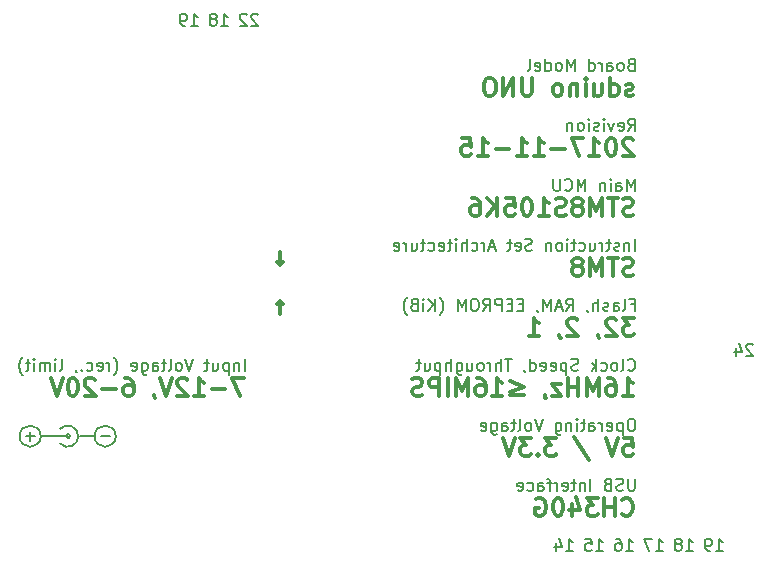
<source format=gbr>
G04 #@! TF.GenerationSoftware,KiCad,Pcbnew,5.1.5+dfsg1-2build2*
G04 #@! TF.CreationDate,2020-11-19T08:55:39-07:00*
G04 #@! TF.ProjectId,sduino_uno,73647569-6e6f-45f7-956e-6f2e6b696361,2017-11-15*
G04 #@! TF.SameCoordinates,Original*
G04 #@! TF.FileFunction,Legend,Bot*
G04 #@! TF.FilePolarity,Positive*
%FSLAX46Y46*%
G04 Gerber Fmt 4.6, Leading zero omitted, Abs format (unit mm)*
G04 Created by KiCad (PCBNEW 5.1.5+dfsg1-2build2) date 2020-11-19 08:55:39*
%MOMM*%
%LPD*%
G04 APERTURE LIST*
%ADD10C,0.150000*%
%ADD11C,0.200000*%
%ADD12C,0.300000*%
G04 APERTURE END LIST*
D10*
X133540476Y-81097380D02*
X134111904Y-81097380D01*
X133826190Y-81097380D02*
X133826190Y-80097380D01*
X133921428Y-80240238D01*
X134016666Y-80335476D01*
X134111904Y-80383095D01*
X133064285Y-81097380D02*
X132873809Y-81097380D01*
X132778571Y-81049761D01*
X132730952Y-81002142D01*
X132635714Y-80859285D01*
X132588095Y-80668809D01*
X132588095Y-80287857D01*
X132635714Y-80192619D01*
X132683333Y-80145000D01*
X132778571Y-80097380D01*
X132969047Y-80097380D01*
X133064285Y-80145000D01*
X133111904Y-80192619D01*
X133159523Y-80287857D01*
X133159523Y-80525952D01*
X133111904Y-80621190D01*
X133064285Y-80668809D01*
X132969047Y-80716428D01*
X132778571Y-80716428D01*
X132683333Y-80668809D01*
X132635714Y-80621190D01*
X132588095Y-80525952D01*
X136080476Y-81097380D02*
X136651904Y-81097380D01*
X136366190Y-81097380D02*
X136366190Y-80097380D01*
X136461428Y-80240238D01*
X136556666Y-80335476D01*
X136651904Y-80383095D01*
X135509047Y-80525952D02*
X135604285Y-80478333D01*
X135651904Y-80430714D01*
X135699523Y-80335476D01*
X135699523Y-80287857D01*
X135651904Y-80192619D01*
X135604285Y-80145000D01*
X135509047Y-80097380D01*
X135318571Y-80097380D01*
X135223333Y-80145000D01*
X135175714Y-80192619D01*
X135128095Y-80287857D01*
X135128095Y-80335476D01*
X135175714Y-80430714D01*
X135223333Y-80478333D01*
X135318571Y-80525952D01*
X135509047Y-80525952D01*
X135604285Y-80573571D01*
X135651904Y-80621190D01*
X135699523Y-80716428D01*
X135699523Y-80906904D01*
X135651904Y-81002142D01*
X135604285Y-81049761D01*
X135509047Y-81097380D01*
X135318571Y-81097380D01*
X135223333Y-81049761D01*
X135175714Y-81002142D01*
X135128095Y-80906904D01*
X135128095Y-80716428D01*
X135175714Y-80621190D01*
X135223333Y-80573571D01*
X135318571Y-80525952D01*
X139191904Y-80192619D02*
X139144285Y-80145000D01*
X139049047Y-80097380D01*
X138810952Y-80097380D01*
X138715714Y-80145000D01*
X138668095Y-80192619D01*
X138620476Y-80287857D01*
X138620476Y-80383095D01*
X138668095Y-80525952D01*
X139239523Y-81097380D01*
X138620476Y-81097380D01*
X138239523Y-80192619D02*
X138191904Y-80145000D01*
X138096666Y-80097380D01*
X137858571Y-80097380D01*
X137763333Y-80145000D01*
X137715714Y-80192619D01*
X137668095Y-80287857D01*
X137668095Y-80383095D01*
X137715714Y-80525952D01*
X138287142Y-81097380D01*
X137668095Y-81097380D01*
X181101904Y-108132619D02*
X181054285Y-108085000D01*
X180959047Y-108037380D01*
X180720952Y-108037380D01*
X180625714Y-108085000D01*
X180578095Y-108132619D01*
X180530476Y-108227857D01*
X180530476Y-108323095D01*
X180578095Y-108465952D01*
X181149523Y-109037380D01*
X180530476Y-109037380D01*
X179673333Y-108370714D02*
X179673333Y-109037380D01*
X179911428Y-107989761D02*
X180149523Y-108704047D01*
X179530476Y-108704047D01*
X165290476Y-125547380D02*
X165861904Y-125547380D01*
X165576190Y-125547380D02*
X165576190Y-124547380D01*
X165671428Y-124690238D01*
X165766666Y-124785476D01*
X165861904Y-124833095D01*
X164433333Y-124880714D02*
X164433333Y-125547380D01*
X164671428Y-124499761D02*
X164909523Y-125214047D01*
X164290476Y-125214047D01*
X167830476Y-125547380D02*
X168401904Y-125547380D01*
X168116190Y-125547380D02*
X168116190Y-124547380D01*
X168211428Y-124690238D01*
X168306666Y-124785476D01*
X168401904Y-124833095D01*
X166925714Y-124547380D02*
X167401904Y-124547380D01*
X167449523Y-125023571D01*
X167401904Y-124975952D01*
X167306666Y-124928333D01*
X167068571Y-124928333D01*
X166973333Y-124975952D01*
X166925714Y-125023571D01*
X166878095Y-125118809D01*
X166878095Y-125356904D01*
X166925714Y-125452142D01*
X166973333Y-125499761D01*
X167068571Y-125547380D01*
X167306666Y-125547380D01*
X167401904Y-125499761D01*
X167449523Y-125452142D01*
X170370476Y-125547380D02*
X170941904Y-125547380D01*
X170656190Y-125547380D02*
X170656190Y-124547380D01*
X170751428Y-124690238D01*
X170846666Y-124785476D01*
X170941904Y-124833095D01*
X169513333Y-124547380D02*
X169703809Y-124547380D01*
X169799047Y-124595000D01*
X169846666Y-124642619D01*
X169941904Y-124785476D01*
X169989523Y-124975952D01*
X169989523Y-125356904D01*
X169941904Y-125452142D01*
X169894285Y-125499761D01*
X169799047Y-125547380D01*
X169608571Y-125547380D01*
X169513333Y-125499761D01*
X169465714Y-125452142D01*
X169418095Y-125356904D01*
X169418095Y-125118809D01*
X169465714Y-125023571D01*
X169513333Y-124975952D01*
X169608571Y-124928333D01*
X169799047Y-124928333D01*
X169894285Y-124975952D01*
X169941904Y-125023571D01*
X169989523Y-125118809D01*
X172910476Y-125547380D02*
X173481904Y-125547380D01*
X173196190Y-125547380D02*
X173196190Y-124547380D01*
X173291428Y-124690238D01*
X173386666Y-124785476D01*
X173481904Y-124833095D01*
X172577142Y-124547380D02*
X171910476Y-124547380D01*
X172339047Y-125547380D01*
X175450476Y-125547380D02*
X176021904Y-125547380D01*
X175736190Y-125547380D02*
X175736190Y-124547380D01*
X175831428Y-124690238D01*
X175926666Y-124785476D01*
X176021904Y-124833095D01*
X174879047Y-124975952D02*
X174974285Y-124928333D01*
X175021904Y-124880714D01*
X175069523Y-124785476D01*
X175069523Y-124737857D01*
X175021904Y-124642619D01*
X174974285Y-124595000D01*
X174879047Y-124547380D01*
X174688571Y-124547380D01*
X174593333Y-124595000D01*
X174545714Y-124642619D01*
X174498095Y-124737857D01*
X174498095Y-124785476D01*
X174545714Y-124880714D01*
X174593333Y-124928333D01*
X174688571Y-124975952D01*
X174879047Y-124975952D01*
X174974285Y-125023571D01*
X175021904Y-125071190D01*
X175069523Y-125166428D01*
X175069523Y-125356904D01*
X175021904Y-125452142D01*
X174974285Y-125499761D01*
X174879047Y-125547380D01*
X174688571Y-125547380D01*
X174593333Y-125499761D01*
X174545714Y-125452142D01*
X174498095Y-125356904D01*
X174498095Y-125166428D01*
X174545714Y-125071190D01*
X174593333Y-125023571D01*
X174688571Y-124975952D01*
X177990476Y-125547380D02*
X178561904Y-125547380D01*
X178276190Y-125547380D02*
X178276190Y-124547380D01*
X178371428Y-124690238D01*
X178466666Y-124785476D01*
X178561904Y-124833095D01*
X177514285Y-125547380D02*
X177323809Y-125547380D01*
X177228571Y-125499761D01*
X177180952Y-125452142D01*
X177085714Y-125309285D01*
X177038095Y-125118809D01*
X177038095Y-124737857D01*
X177085714Y-124642619D01*
X177133333Y-124595000D01*
X177228571Y-124547380D01*
X177419047Y-124547380D01*
X177514285Y-124595000D01*
X177561904Y-124642619D01*
X177609523Y-124737857D01*
X177609523Y-124975952D01*
X177561904Y-125071190D01*
X177514285Y-125118809D01*
X177419047Y-125166428D01*
X177228571Y-125166428D01*
X177133333Y-125118809D01*
X177085714Y-125071190D01*
X177038095Y-124975952D01*
D11*
X123271371Y-115856250D02*
G75*
G03X123271371Y-115856250I-179605J0D01*
G01*
X120805766Y-115856250D02*
X123091766Y-115856250D01*
D10*
X120297718Y-115864178D02*
X119535813Y-115864178D01*
X119916766Y-116245130D02*
X119916766Y-115483226D01*
X126647718Y-115864178D02*
X125885813Y-115864178D01*
D11*
X124107766Y-115856250D02*
X125377766Y-115856250D01*
X122456766Y-116491250D02*
G75*
G03X122456766Y-115221250I635000J635000D01*
G01*
X127164792Y-115856250D02*
G75*
G03X127164792Y-115856250I-898026J0D01*
G01*
X120814792Y-115856250D02*
G75*
G03X120814792Y-115856250I-898026J0D01*
G01*
D12*
X138020714Y-110938571D02*
X137020714Y-110938571D01*
X137663571Y-112438571D01*
X136449285Y-111867142D02*
X135306428Y-111867142D01*
X133806428Y-112438571D02*
X134663571Y-112438571D01*
X134235000Y-112438571D02*
X134235000Y-110938571D01*
X134377857Y-111152857D01*
X134520714Y-111295714D01*
X134663571Y-111367142D01*
X133235000Y-111081428D02*
X133163571Y-111010000D01*
X133020714Y-110938571D01*
X132663571Y-110938571D01*
X132520714Y-111010000D01*
X132449285Y-111081428D01*
X132377857Y-111224285D01*
X132377857Y-111367142D01*
X132449285Y-111581428D01*
X133306428Y-112438571D01*
X132377857Y-112438571D01*
X131949285Y-110938571D02*
X131449285Y-112438571D01*
X130949285Y-110938571D01*
X130377857Y-112367142D02*
X130377857Y-112438571D01*
X130449285Y-112581428D01*
X130520714Y-112652857D01*
X127949285Y-110938571D02*
X128235000Y-110938571D01*
X128377857Y-111010000D01*
X128449285Y-111081428D01*
X128592142Y-111295714D01*
X128663571Y-111581428D01*
X128663571Y-112152857D01*
X128592142Y-112295714D01*
X128520714Y-112367142D01*
X128377857Y-112438571D01*
X128092142Y-112438571D01*
X127949285Y-112367142D01*
X127877857Y-112295714D01*
X127806428Y-112152857D01*
X127806428Y-111795714D01*
X127877857Y-111652857D01*
X127949285Y-111581428D01*
X128092142Y-111510000D01*
X128377857Y-111510000D01*
X128520714Y-111581428D01*
X128592142Y-111652857D01*
X128663571Y-111795714D01*
X127163571Y-111867142D02*
X126020714Y-111867142D01*
X125377857Y-111081428D02*
X125306428Y-111010000D01*
X125163571Y-110938571D01*
X124806428Y-110938571D01*
X124663571Y-111010000D01*
X124592142Y-111081428D01*
X124520714Y-111224285D01*
X124520714Y-111367142D01*
X124592142Y-111581428D01*
X125449285Y-112438571D01*
X124520714Y-112438571D01*
X123592142Y-110938571D02*
X123449285Y-110938571D01*
X123306428Y-111010000D01*
X123235000Y-111081428D01*
X123163571Y-111224285D01*
X123092142Y-111510000D01*
X123092142Y-111867142D01*
X123163571Y-112152857D01*
X123235000Y-112295714D01*
X123306428Y-112367142D01*
X123449285Y-112438571D01*
X123592142Y-112438571D01*
X123735000Y-112367142D01*
X123806428Y-112295714D01*
X123877857Y-112152857D01*
X123949285Y-111867142D01*
X123949285Y-111510000D01*
X123877857Y-111224285D01*
X123806428Y-111081428D01*
X123735000Y-111010000D01*
X123592142Y-110938571D01*
X122663571Y-110938571D02*
X122163571Y-112438571D01*
X121663571Y-110938571D01*
D10*
X138094404Y-110307380D02*
X138094404Y-109307380D01*
X137618214Y-109640714D02*
X137618214Y-110307380D01*
X137618214Y-109735952D02*
X137570595Y-109688333D01*
X137475357Y-109640714D01*
X137332500Y-109640714D01*
X137237261Y-109688333D01*
X137189642Y-109783571D01*
X137189642Y-110307380D01*
X136713452Y-109640714D02*
X136713452Y-110640714D01*
X136713452Y-109688333D02*
X136618214Y-109640714D01*
X136427738Y-109640714D01*
X136332500Y-109688333D01*
X136284880Y-109735952D01*
X136237261Y-109831190D01*
X136237261Y-110116904D01*
X136284880Y-110212142D01*
X136332500Y-110259761D01*
X136427738Y-110307380D01*
X136618214Y-110307380D01*
X136713452Y-110259761D01*
X135380119Y-109640714D02*
X135380119Y-110307380D01*
X135808690Y-109640714D02*
X135808690Y-110164523D01*
X135761071Y-110259761D01*
X135665833Y-110307380D01*
X135522976Y-110307380D01*
X135427738Y-110259761D01*
X135380119Y-110212142D01*
X135046785Y-109640714D02*
X134665833Y-109640714D01*
X134903928Y-109307380D02*
X134903928Y-110164523D01*
X134856309Y-110259761D01*
X134761071Y-110307380D01*
X134665833Y-110307380D01*
X133713452Y-109307380D02*
X133380119Y-110307380D01*
X133046785Y-109307380D01*
X132570595Y-110307380D02*
X132665833Y-110259761D01*
X132713452Y-110212142D01*
X132761071Y-110116904D01*
X132761071Y-109831190D01*
X132713452Y-109735952D01*
X132665833Y-109688333D01*
X132570595Y-109640714D01*
X132427738Y-109640714D01*
X132332500Y-109688333D01*
X132284880Y-109735952D01*
X132237261Y-109831190D01*
X132237261Y-110116904D01*
X132284880Y-110212142D01*
X132332500Y-110259761D01*
X132427738Y-110307380D01*
X132570595Y-110307380D01*
X131665833Y-110307380D02*
X131761071Y-110259761D01*
X131808690Y-110164523D01*
X131808690Y-109307380D01*
X131427738Y-109640714D02*
X131046785Y-109640714D01*
X131284880Y-109307380D02*
X131284880Y-110164523D01*
X131237261Y-110259761D01*
X131142023Y-110307380D01*
X131046785Y-110307380D01*
X130284880Y-110307380D02*
X130284880Y-109783571D01*
X130332500Y-109688333D01*
X130427738Y-109640714D01*
X130618214Y-109640714D01*
X130713452Y-109688333D01*
X130284880Y-110259761D02*
X130380119Y-110307380D01*
X130618214Y-110307380D01*
X130713452Y-110259761D01*
X130761071Y-110164523D01*
X130761071Y-110069285D01*
X130713452Y-109974047D01*
X130618214Y-109926428D01*
X130380119Y-109926428D01*
X130284880Y-109878809D01*
X129380119Y-109640714D02*
X129380119Y-110450238D01*
X129427738Y-110545476D01*
X129475357Y-110593095D01*
X129570595Y-110640714D01*
X129713452Y-110640714D01*
X129808690Y-110593095D01*
X129380119Y-110259761D02*
X129475357Y-110307380D01*
X129665833Y-110307380D01*
X129761071Y-110259761D01*
X129808690Y-110212142D01*
X129856309Y-110116904D01*
X129856309Y-109831190D01*
X129808690Y-109735952D01*
X129761071Y-109688333D01*
X129665833Y-109640714D01*
X129475357Y-109640714D01*
X129380119Y-109688333D01*
X128522976Y-110259761D02*
X128618214Y-110307380D01*
X128808690Y-110307380D01*
X128903928Y-110259761D01*
X128951547Y-110164523D01*
X128951547Y-109783571D01*
X128903928Y-109688333D01*
X128808690Y-109640714D01*
X128618214Y-109640714D01*
X128522976Y-109688333D01*
X128475357Y-109783571D01*
X128475357Y-109878809D01*
X128951547Y-109974047D01*
X126999166Y-110688333D02*
X127046785Y-110640714D01*
X127142023Y-110497857D01*
X127189642Y-110402619D01*
X127237261Y-110259761D01*
X127284880Y-110021666D01*
X127284880Y-109831190D01*
X127237261Y-109593095D01*
X127189642Y-109450238D01*
X127142023Y-109355000D01*
X127046785Y-109212142D01*
X126999166Y-109164523D01*
X126618214Y-110307380D02*
X126618214Y-109640714D01*
X126618214Y-109831190D02*
X126570595Y-109735952D01*
X126522976Y-109688333D01*
X126427738Y-109640714D01*
X126332500Y-109640714D01*
X125618214Y-110259761D02*
X125713452Y-110307380D01*
X125903928Y-110307380D01*
X125999166Y-110259761D01*
X126046785Y-110164523D01*
X126046785Y-109783571D01*
X125999166Y-109688333D01*
X125903928Y-109640714D01*
X125713452Y-109640714D01*
X125618214Y-109688333D01*
X125570595Y-109783571D01*
X125570595Y-109878809D01*
X126046785Y-109974047D01*
X124713452Y-110259761D02*
X124808690Y-110307380D01*
X124999166Y-110307380D01*
X125094404Y-110259761D01*
X125142023Y-110212142D01*
X125189642Y-110116904D01*
X125189642Y-109831190D01*
X125142023Y-109735952D01*
X125094404Y-109688333D01*
X124999166Y-109640714D01*
X124808690Y-109640714D01*
X124713452Y-109688333D01*
X124284880Y-110212142D02*
X124237261Y-110259761D01*
X124284880Y-110307380D01*
X124332500Y-110259761D01*
X124284880Y-110212142D01*
X124284880Y-110307380D01*
X123761071Y-110259761D02*
X123761071Y-110307380D01*
X123808690Y-110402619D01*
X123856309Y-110450238D01*
X122427738Y-110307380D02*
X122522976Y-110259761D01*
X122570595Y-110164523D01*
X122570595Y-109307380D01*
X122046785Y-110307380D02*
X122046785Y-109640714D01*
X122046785Y-109307380D02*
X122094404Y-109355000D01*
X122046785Y-109402619D01*
X121999166Y-109355000D01*
X122046785Y-109307380D01*
X122046785Y-109402619D01*
X121570595Y-110307380D02*
X121570595Y-109640714D01*
X121570595Y-109735952D02*
X121522976Y-109688333D01*
X121427738Y-109640714D01*
X121284880Y-109640714D01*
X121189642Y-109688333D01*
X121142023Y-109783571D01*
X121142023Y-110307380D01*
X121142023Y-109783571D02*
X121094404Y-109688333D01*
X120999166Y-109640714D01*
X120856309Y-109640714D01*
X120761071Y-109688333D01*
X120713452Y-109783571D01*
X120713452Y-110307380D01*
X120237261Y-110307380D02*
X120237261Y-109640714D01*
X120237261Y-109307380D02*
X120284880Y-109355000D01*
X120237261Y-109402619D01*
X120189642Y-109355000D01*
X120237261Y-109307380D01*
X120237261Y-109402619D01*
X119903928Y-109640714D02*
X119522976Y-109640714D01*
X119761071Y-109307380D02*
X119761071Y-110164523D01*
X119713452Y-110259761D01*
X119618214Y-110307380D01*
X119522976Y-110307380D01*
X119284880Y-110688333D02*
X119237261Y-110640714D01*
X119142023Y-110497857D01*
X119094404Y-110402619D01*
X119046785Y-110259761D01*
X118999166Y-110021666D01*
X118999166Y-109831190D01*
X119046785Y-109593095D01*
X119094404Y-109450238D01*
X119142023Y-109355000D01*
X119237261Y-109212142D01*
X119284880Y-109164523D01*
X171114404Y-100147380D02*
X171114404Y-99147380D01*
X170638214Y-99480714D02*
X170638214Y-100147380D01*
X170638214Y-99575952D02*
X170590595Y-99528333D01*
X170495357Y-99480714D01*
X170352500Y-99480714D01*
X170257261Y-99528333D01*
X170209642Y-99623571D01*
X170209642Y-100147380D01*
X169781071Y-100099761D02*
X169685833Y-100147380D01*
X169495357Y-100147380D01*
X169400119Y-100099761D01*
X169352500Y-100004523D01*
X169352500Y-99956904D01*
X169400119Y-99861666D01*
X169495357Y-99814047D01*
X169638214Y-99814047D01*
X169733452Y-99766428D01*
X169781071Y-99671190D01*
X169781071Y-99623571D01*
X169733452Y-99528333D01*
X169638214Y-99480714D01*
X169495357Y-99480714D01*
X169400119Y-99528333D01*
X169066785Y-99480714D02*
X168685833Y-99480714D01*
X168923928Y-99147380D02*
X168923928Y-100004523D01*
X168876309Y-100099761D01*
X168781071Y-100147380D01*
X168685833Y-100147380D01*
X168352500Y-100147380D02*
X168352500Y-99480714D01*
X168352500Y-99671190D02*
X168304880Y-99575952D01*
X168257261Y-99528333D01*
X168162023Y-99480714D01*
X168066785Y-99480714D01*
X167304880Y-99480714D02*
X167304880Y-100147380D01*
X167733452Y-99480714D02*
X167733452Y-100004523D01*
X167685833Y-100099761D01*
X167590595Y-100147380D01*
X167447738Y-100147380D01*
X167352500Y-100099761D01*
X167304880Y-100052142D01*
X166400119Y-100099761D02*
X166495357Y-100147380D01*
X166685833Y-100147380D01*
X166781071Y-100099761D01*
X166828690Y-100052142D01*
X166876309Y-99956904D01*
X166876309Y-99671190D01*
X166828690Y-99575952D01*
X166781071Y-99528333D01*
X166685833Y-99480714D01*
X166495357Y-99480714D01*
X166400119Y-99528333D01*
X166114404Y-99480714D02*
X165733452Y-99480714D01*
X165971547Y-99147380D02*
X165971547Y-100004523D01*
X165923928Y-100099761D01*
X165828690Y-100147380D01*
X165733452Y-100147380D01*
X165400119Y-100147380D02*
X165400119Y-99480714D01*
X165400119Y-99147380D02*
X165447738Y-99195000D01*
X165400119Y-99242619D01*
X165352500Y-99195000D01*
X165400119Y-99147380D01*
X165400119Y-99242619D01*
X164781071Y-100147380D02*
X164876309Y-100099761D01*
X164923928Y-100052142D01*
X164971547Y-99956904D01*
X164971547Y-99671190D01*
X164923928Y-99575952D01*
X164876309Y-99528333D01*
X164781071Y-99480714D01*
X164638214Y-99480714D01*
X164542976Y-99528333D01*
X164495357Y-99575952D01*
X164447738Y-99671190D01*
X164447738Y-99956904D01*
X164495357Y-100052142D01*
X164542976Y-100099761D01*
X164638214Y-100147380D01*
X164781071Y-100147380D01*
X164019166Y-99480714D02*
X164019166Y-100147380D01*
X164019166Y-99575952D02*
X163971547Y-99528333D01*
X163876309Y-99480714D01*
X163733452Y-99480714D01*
X163638214Y-99528333D01*
X163590595Y-99623571D01*
X163590595Y-100147380D01*
X162400119Y-100099761D02*
X162257261Y-100147380D01*
X162019166Y-100147380D01*
X161923928Y-100099761D01*
X161876309Y-100052142D01*
X161828690Y-99956904D01*
X161828690Y-99861666D01*
X161876309Y-99766428D01*
X161923928Y-99718809D01*
X162019166Y-99671190D01*
X162209642Y-99623571D01*
X162304880Y-99575952D01*
X162352500Y-99528333D01*
X162400119Y-99433095D01*
X162400119Y-99337857D01*
X162352500Y-99242619D01*
X162304880Y-99195000D01*
X162209642Y-99147380D01*
X161971547Y-99147380D01*
X161828690Y-99195000D01*
X161019166Y-100099761D02*
X161114404Y-100147380D01*
X161304880Y-100147380D01*
X161400119Y-100099761D01*
X161447738Y-100004523D01*
X161447738Y-99623571D01*
X161400119Y-99528333D01*
X161304880Y-99480714D01*
X161114404Y-99480714D01*
X161019166Y-99528333D01*
X160971547Y-99623571D01*
X160971547Y-99718809D01*
X161447738Y-99814047D01*
X160685833Y-99480714D02*
X160304880Y-99480714D01*
X160542976Y-99147380D02*
X160542976Y-100004523D01*
X160495357Y-100099761D01*
X160400119Y-100147380D01*
X160304880Y-100147380D01*
X159257261Y-99861666D02*
X158781071Y-99861666D01*
X159352500Y-100147380D02*
X159019166Y-99147380D01*
X158685833Y-100147380D01*
X158352500Y-100147380D02*
X158352500Y-99480714D01*
X158352500Y-99671190D02*
X158304880Y-99575952D01*
X158257261Y-99528333D01*
X158162023Y-99480714D01*
X158066785Y-99480714D01*
X157304880Y-100099761D02*
X157400119Y-100147380D01*
X157590595Y-100147380D01*
X157685833Y-100099761D01*
X157733452Y-100052142D01*
X157781071Y-99956904D01*
X157781071Y-99671190D01*
X157733452Y-99575952D01*
X157685833Y-99528333D01*
X157590595Y-99480714D01*
X157400119Y-99480714D01*
X157304880Y-99528333D01*
X156876309Y-100147380D02*
X156876309Y-99147380D01*
X156447738Y-100147380D02*
X156447738Y-99623571D01*
X156495357Y-99528333D01*
X156590595Y-99480714D01*
X156733452Y-99480714D01*
X156828690Y-99528333D01*
X156876309Y-99575952D01*
X155971547Y-100147380D02*
X155971547Y-99480714D01*
X155971547Y-99147380D02*
X156019166Y-99195000D01*
X155971547Y-99242619D01*
X155923928Y-99195000D01*
X155971547Y-99147380D01*
X155971547Y-99242619D01*
X155638214Y-99480714D02*
X155257261Y-99480714D01*
X155495357Y-99147380D02*
X155495357Y-100004523D01*
X155447738Y-100099761D01*
X155352500Y-100147380D01*
X155257261Y-100147380D01*
X154542976Y-100099761D02*
X154638214Y-100147380D01*
X154828690Y-100147380D01*
X154923928Y-100099761D01*
X154971547Y-100004523D01*
X154971547Y-99623571D01*
X154923928Y-99528333D01*
X154828690Y-99480714D01*
X154638214Y-99480714D01*
X154542976Y-99528333D01*
X154495357Y-99623571D01*
X154495357Y-99718809D01*
X154971547Y-99814047D01*
X153638214Y-100099761D02*
X153733452Y-100147380D01*
X153923928Y-100147380D01*
X154019166Y-100099761D01*
X154066785Y-100052142D01*
X154114404Y-99956904D01*
X154114404Y-99671190D01*
X154066785Y-99575952D01*
X154019166Y-99528333D01*
X153923928Y-99480714D01*
X153733452Y-99480714D01*
X153638214Y-99528333D01*
X153352500Y-99480714D02*
X152971547Y-99480714D01*
X153209642Y-99147380D02*
X153209642Y-100004523D01*
X153162023Y-100099761D01*
X153066785Y-100147380D01*
X152971547Y-100147380D01*
X152209642Y-99480714D02*
X152209642Y-100147380D01*
X152638214Y-99480714D02*
X152638214Y-100004523D01*
X152590595Y-100099761D01*
X152495357Y-100147380D01*
X152352500Y-100147380D01*
X152257261Y-100099761D01*
X152209642Y-100052142D01*
X151733452Y-100147380D02*
X151733452Y-99480714D01*
X151733452Y-99671190D02*
X151685833Y-99575952D01*
X151638214Y-99528333D01*
X151542976Y-99480714D01*
X151447738Y-99480714D01*
X150733452Y-100099761D02*
X150828690Y-100147380D01*
X151019166Y-100147380D01*
X151114404Y-100099761D01*
X151162023Y-100004523D01*
X151162023Y-99623571D01*
X151114404Y-99528333D01*
X151019166Y-99480714D01*
X150828690Y-99480714D01*
X150733452Y-99528333D01*
X150685833Y-99623571D01*
X150685833Y-99718809D01*
X151162023Y-99814047D01*
D12*
X170969285Y-90761428D02*
X170897857Y-90690000D01*
X170755000Y-90618571D01*
X170397857Y-90618571D01*
X170255000Y-90690000D01*
X170183571Y-90761428D01*
X170112142Y-90904285D01*
X170112142Y-91047142D01*
X170183571Y-91261428D01*
X171040714Y-92118571D01*
X170112142Y-92118571D01*
X169183571Y-90618571D02*
X169040714Y-90618571D01*
X168897857Y-90690000D01*
X168826428Y-90761428D01*
X168755000Y-90904285D01*
X168683571Y-91190000D01*
X168683571Y-91547142D01*
X168755000Y-91832857D01*
X168826428Y-91975714D01*
X168897857Y-92047142D01*
X169040714Y-92118571D01*
X169183571Y-92118571D01*
X169326428Y-92047142D01*
X169397857Y-91975714D01*
X169469285Y-91832857D01*
X169540714Y-91547142D01*
X169540714Y-91190000D01*
X169469285Y-90904285D01*
X169397857Y-90761428D01*
X169326428Y-90690000D01*
X169183571Y-90618571D01*
X167255000Y-92118571D02*
X168112142Y-92118571D01*
X167683571Y-92118571D02*
X167683571Y-90618571D01*
X167826428Y-90832857D01*
X167969285Y-90975714D01*
X168112142Y-91047142D01*
X166755000Y-90618571D02*
X165755000Y-90618571D01*
X166397857Y-92118571D01*
X165183571Y-91547142D02*
X164040714Y-91547142D01*
X162540714Y-92118571D02*
X163397857Y-92118571D01*
X162969285Y-92118571D02*
X162969285Y-90618571D01*
X163112142Y-90832857D01*
X163255000Y-90975714D01*
X163397857Y-91047142D01*
X161112142Y-92118571D02*
X161969285Y-92118571D01*
X161540714Y-92118571D02*
X161540714Y-90618571D01*
X161683571Y-90832857D01*
X161826428Y-90975714D01*
X161969285Y-91047142D01*
X160469285Y-91547142D02*
X159326428Y-91547142D01*
X157826428Y-92118571D02*
X158683571Y-92118571D01*
X158255000Y-92118571D02*
X158255000Y-90618571D01*
X158397857Y-90832857D01*
X158540714Y-90975714D01*
X158683571Y-91047142D01*
X156469285Y-90618571D02*
X157183571Y-90618571D01*
X157255000Y-91332857D01*
X157183571Y-91261428D01*
X157040714Y-91190000D01*
X156683571Y-91190000D01*
X156540714Y-91261428D01*
X156469285Y-91332857D01*
X156397857Y-91475714D01*
X156397857Y-91832857D01*
X156469285Y-91975714D01*
X156540714Y-92047142D01*
X156683571Y-92118571D01*
X157040714Y-92118571D01*
X157183571Y-92047142D01*
X157255000Y-91975714D01*
D10*
X170542976Y-89987380D02*
X170876309Y-89511190D01*
X171114404Y-89987380D02*
X171114404Y-88987380D01*
X170733452Y-88987380D01*
X170638214Y-89035000D01*
X170590595Y-89082619D01*
X170542976Y-89177857D01*
X170542976Y-89320714D01*
X170590595Y-89415952D01*
X170638214Y-89463571D01*
X170733452Y-89511190D01*
X171114404Y-89511190D01*
X169733452Y-89939761D02*
X169828690Y-89987380D01*
X170019166Y-89987380D01*
X170114404Y-89939761D01*
X170162023Y-89844523D01*
X170162023Y-89463571D01*
X170114404Y-89368333D01*
X170019166Y-89320714D01*
X169828690Y-89320714D01*
X169733452Y-89368333D01*
X169685833Y-89463571D01*
X169685833Y-89558809D01*
X170162023Y-89654047D01*
X169352500Y-89320714D02*
X169114404Y-89987380D01*
X168876309Y-89320714D01*
X168495357Y-89987380D02*
X168495357Y-89320714D01*
X168495357Y-88987380D02*
X168542976Y-89035000D01*
X168495357Y-89082619D01*
X168447738Y-89035000D01*
X168495357Y-88987380D01*
X168495357Y-89082619D01*
X168066785Y-89939761D02*
X167971547Y-89987380D01*
X167781071Y-89987380D01*
X167685833Y-89939761D01*
X167638214Y-89844523D01*
X167638214Y-89796904D01*
X167685833Y-89701666D01*
X167781071Y-89654047D01*
X167923928Y-89654047D01*
X168019166Y-89606428D01*
X168066785Y-89511190D01*
X168066785Y-89463571D01*
X168019166Y-89368333D01*
X167923928Y-89320714D01*
X167781071Y-89320714D01*
X167685833Y-89368333D01*
X167209642Y-89987380D02*
X167209642Y-89320714D01*
X167209642Y-88987380D02*
X167257261Y-89035000D01*
X167209642Y-89082619D01*
X167162023Y-89035000D01*
X167209642Y-88987380D01*
X167209642Y-89082619D01*
X166590595Y-89987380D02*
X166685833Y-89939761D01*
X166733452Y-89892142D01*
X166781071Y-89796904D01*
X166781071Y-89511190D01*
X166733452Y-89415952D01*
X166685833Y-89368333D01*
X166590595Y-89320714D01*
X166447738Y-89320714D01*
X166352500Y-89368333D01*
X166304880Y-89415952D01*
X166257261Y-89511190D01*
X166257261Y-89796904D01*
X166304880Y-89892142D01*
X166352500Y-89939761D01*
X166447738Y-89987380D01*
X166590595Y-89987380D01*
X165828690Y-89320714D02*
X165828690Y-89987380D01*
X165828690Y-89415952D02*
X165781071Y-89368333D01*
X165685833Y-89320714D01*
X165542976Y-89320714D01*
X165447738Y-89368333D01*
X165400119Y-89463571D01*
X165400119Y-89987380D01*
D12*
X170969285Y-86967142D02*
X170826428Y-87038571D01*
X170540714Y-87038571D01*
X170397857Y-86967142D01*
X170326428Y-86824285D01*
X170326428Y-86752857D01*
X170397857Y-86610000D01*
X170540714Y-86538571D01*
X170755000Y-86538571D01*
X170897857Y-86467142D01*
X170969285Y-86324285D01*
X170969285Y-86252857D01*
X170897857Y-86110000D01*
X170755000Y-86038571D01*
X170540714Y-86038571D01*
X170397857Y-86110000D01*
X169040714Y-87038571D02*
X169040714Y-85538571D01*
X169040714Y-86967142D02*
X169183571Y-87038571D01*
X169469285Y-87038571D01*
X169612142Y-86967142D01*
X169683571Y-86895714D01*
X169755000Y-86752857D01*
X169755000Y-86324285D01*
X169683571Y-86181428D01*
X169612142Y-86110000D01*
X169469285Y-86038571D01*
X169183571Y-86038571D01*
X169040714Y-86110000D01*
X167683571Y-86038571D02*
X167683571Y-87038571D01*
X168326428Y-86038571D02*
X168326428Y-86824285D01*
X168255000Y-86967142D01*
X168112142Y-87038571D01*
X167897857Y-87038571D01*
X167755000Y-86967142D01*
X167683571Y-86895714D01*
X166969285Y-87038571D02*
X166969285Y-86038571D01*
X166969285Y-85538571D02*
X167040714Y-85610000D01*
X166969285Y-85681428D01*
X166897857Y-85610000D01*
X166969285Y-85538571D01*
X166969285Y-85681428D01*
X166255000Y-86038571D02*
X166255000Y-87038571D01*
X166255000Y-86181428D02*
X166183571Y-86110000D01*
X166040714Y-86038571D01*
X165826428Y-86038571D01*
X165683571Y-86110000D01*
X165612142Y-86252857D01*
X165612142Y-87038571D01*
X164683571Y-87038571D02*
X164826428Y-86967142D01*
X164897857Y-86895714D01*
X164969285Y-86752857D01*
X164969285Y-86324285D01*
X164897857Y-86181428D01*
X164826428Y-86110000D01*
X164683571Y-86038571D01*
X164469285Y-86038571D01*
X164326428Y-86110000D01*
X164255000Y-86181428D01*
X164183571Y-86324285D01*
X164183571Y-86752857D01*
X164255000Y-86895714D01*
X164326428Y-86967142D01*
X164469285Y-87038571D01*
X164683571Y-87038571D01*
X162397857Y-85538571D02*
X162397857Y-86752857D01*
X162326428Y-86895714D01*
X162255000Y-86967142D01*
X162112142Y-87038571D01*
X161826428Y-87038571D01*
X161683571Y-86967142D01*
X161612142Y-86895714D01*
X161540714Y-86752857D01*
X161540714Y-85538571D01*
X160826428Y-87038571D02*
X160826428Y-85538571D01*
X159969285Y-87038571D01*
X159969285Y-85538571D01*
X158969285Y-85538571D02*
X158683571Y-85538571D01*
X158540714Y-85610000D01*
X158397857Y-85752857D01*
X158326428Y-86038571D01*
X158326428Y-86538571D01*
X158397857Y-86824285D01*
X158540714Y-86967142D01*
X158683571Y-87038571D01*
X158969285Y-87038571D01*
X159112142Y-86967142D01*
X159255000Y-86824285D01*
X159326428Y-86538571D01*
X159326428Y-86038571D01*
X159255000Y-85752857D01*
X159112142Y-85610000D01*
X158969285Y-85538571D01*
D10*
X170781071Y-84383571D02*
X170638214Y-84431190D01*
X170590595Y-84478809D01*
X170542976Y-84574047D01*
X170542976Y-84716904D01*
X170590595Y-84812142D01*
X170638214Y-84859761D01*
X170733452Y-84907380D01*
X171114404Y-84907380D01*
X171114404Y-83907380D01*
X170781071Y-83907380D01*
X170685833Y-83955000D01*
X170638214Y-84002619D01*
X170590595Y-84097857D01*
X170590595Y-84193095D01*
X170638214Y-84288333D01*
X170685833Y-84335952D01*
X170781071Y-84383571D01*
X171114404Y-84383571D01*
X169971547Y-84907380D02*
X170066785Y-84859761D01*
X170114404Y-84812142D01*
X170162023Y-84716904D01*
X170162023Y-84431190D01*
X170114404Y-84335952D01*
X170066785Y-84288333D01*
X169971547Y-84240714D01*
X169828690Y-84240714D01*
X169733452Y-84288333D01*
X169685833Y-84335952D01*
X169638214Y-84431190D01*
X169638214Y-84716904D01*
X169685833Y-84812142D01*
X169733452Y-84859761D01*
X169828690Y-84907380D01*
X169971547Y-84907380D01*
X168781071Y-84907380D02*
X168781071Y-84383571D01*
X168828690Y-84288333D01*
X168923928Y-84240714D01*
X169114404Y-84240714D01*
X169209642Y-84288333D01*
X168781071Y-84859761D02*
X168876309Y-84907380D01*
X169114404Y-84907380D01*
X169209642Y-84859761D01*
X169257261Y-84764523D01*
X169257261Y-84669285D01*
X169209642Y-84574047D01*
X169114404Y-84526428D01*
X168876309Y-84526428D01*
X168781071Y-84478809D01*
X168304880Y-84907380D02*
X168304880Y-84240714D01*
X168304880Y-84431190D02*
X168257261Y-84335952D01*
X168209642Y-84288333D01*
X168114404Y-84240714D01*
X168019166Y-84240714D01*
X167257261Y-84907380D02*
X167257261Y-83907380D01*
X167257261Y-84859761D02*
X167352500Y-84907380D01*
X167542976Y-84907380D01*
X167638214Y-84859761D01*
X167685833Y-84812142D01*
X167733452Y-84716904D01*
X167733452Y-84431190D01*
X167685833Y-84335952D01*
X167638214Y-84288333D01*
X167542976Y-84240714D01*
X167352500Y-84240714D01*
X167257261Y-84288333D01*
X166019166Y-84907380D02*
X166019166Y-83907380D01*
X165685833Y-84621666D01*
X165352500Y-83907380D01*
X165352500Y-84907380D01*
X164733452Y-84907380D02*
X164828690Y-84859761D01*
X164876309Y-84812142D01*
X164923928Y-84716904D01*
X164923928Y-84431190D01*
X164876309Y-84335952D01*
X164828690Y-84288333D01*
X164733452Y-84240714D01*
X164590595Y-84240714D01*
X164495357Y-84288333D01*
X164447738Y-84335952D01*
X164400119Y-84431190D01*
X164400119Y-84716904D01*
X164447738Y-84812142D01*
X164495357Y-84859761D01*
X164590595Y-84907380D01*
X164733452Y-84907380D01*
X163542976Y-84907380D02*
X163542976Y-83907380D01*
X163542976Y-84859761D02*
X163638214Y-84907380D01*
X163828690Y-84907380D01*
X163923928Y-84859761D01*
X163971547Y-84812142D01*
X164019166Y-84716904D01*
X164019166Y-84431190D01*
X163971547Y-84335952D01*
X163923928Y-84288333D01*
X163828690Y-84240714D01*
X163638214Y-84240714D01*
X163542976Y-84288333D01*
X162685833Y-84859761D02*
X162781071Y-84907380D01*
X162971547Y-84907380D01*
X163066785Y-84859761D01*
X163114404Y-84764523D01*
X163114404Y-84383571D01*
X163066785Y-84288333D01*
X162971547Y-84240714D01*
X162781071Y-84240714D01*
X162685833Y-84288333D01*
X162638214Y-84383571D01*
X162638214Y-84478809D01*
X163114404Y-84574047D01*
X162066785Y-84907380D02*
X162162023Y-84859761D01*
X162209642Y-84764523D01*
X162209642Y-83907380D01*
D12*
X141077142Y-100227142D02*
X141077142Y-101370000D01*
X141362857Y-101084285D02*
X141077142Y-101370000D01*
X140791428Y-101084285D01*
X141077142Y-105512857D02*
X141077142Y-104370000D01*
X141362857Y-104655714D02*
X141077142Y-104370000D01*
X140791428Y-104655714D01*
D10*
X170923928Y-114387380D02*
X170733452Y-114387380D01*
X170638214Y-114435000D01*
X170542976Y-114530238D01*
X170495357Y-114720714D01*
X170495357Y-115054047D01*
X170542976Y-115244523D01*
X170638214Y-115339761D01*
X170733452Y-115387380D01*
X170923928Y-115387380D01*
X171019166Y-115339761D01*
X171114404Y-115244523D01*
X171162023Y-115054047D01*
X171162023Y-114720714D01*
X171114404Y-114530238D01*
X171019166Y-114435000D01*
X170923928Y-114387380D01*
X170066785Y-114720714D02*
X170066785Y-115720714D01*
X170066785Y-114768333D02*
X169971547Y-114720714D01*
X169781071Y-114720714D01*
X169685833Y-114768333D01*
X169638214Y-114815952D01*
X169590595Y-114911190D01*
X169590595Y-115196904D01*
X169638214Y-115292142D01*
X169685833Y-115339761D01*
X169781071Y-115387380D01*
X169971547Y-115387380D01*
X170066785Y-115339761D01*
X168781071Y-115339761D02*
X168876309Y-115387380D01*
X169066785Y-115387380D01*
X169162023Y-115339761D01*
X169209642Y-115244523D01*
X169209642Y-114863571D01*
X169162023Y-114768333D01*
X169066785Y-114720714D01*
X168876309Y-114720714D01*
X168781071Y-114768333D01*
X168733452Y-114863571D01*
X168733452Y-114958809D01*
X169209642Y-115054047D01*
X168304880Y-115387380D02*
X168304880Y-114720714D01*
X168304880Y-114911190D02*
X168257261Y-114815952D01*
X168209642Y-114768333D01*
X168114404Y-114720714D01*
X168019166Y-114720714D01*
X167257261Y-115387380D02*
X167257261Y-114863571D01*
X167304880Y-114768333D01*
X167400119Y-114720714D01*
X167590595Y-114720714D01*
X167685833Y-114768333D01*
X167257261Y-115339761D02*
X167352500Y-115387380D01*
X167590595Y-115387380D01*
X167685833Y-115339761D01*
X167733452Y-115244523D01*
X167733452Y-115149285D01*
X167685833Y-115054047D01*
X167590595Y-115006428D01*
X167352500Y-115006428D01*
X167257261Y-114958809D01*
X166923928Y-114720714D02*
X166542976Y-114720714D01*
X166781071Y-114387380D02*
X166781071Y-115244523D01*
X166733452Y-115339761D01*
X166638214Y-115387380D01*
X166542976Y-115387380D01*
X166209642Y-115387380D02*
X166209642Y-114720714D01*
X166209642Y-114387380D02*
X166257261Y-114435000D01*
X166209642Y-114482619D01*
X166162023Y-114435000D01*
X166209642Y-114387380D01*
X166209642Y-114482619D01*
X165733452Y-114720714D02*
X165733452Y-115387380D01*
X165733452Y-114815952D02*
X165685833Y-114768333D01*
X165590595Y-114720714D01*
X165447738Y-114720714D01*
X165352500Y-114768333D01*
X165304880Y-114863571D01*
X165304880Y-115387380D01*
X164400119Y-114720714D02*
X164400119Y-115530238D01*
X164447738Y-115625476D01*
X164495357Y-115673095D01*
X164590595Y-115720714D01*
X164733452Y-115720714D01*
X164828690Y-115673095D01*
X164400119Y-115339761D02*
X164495357Y-115387380D01*
X164685833Y-115387380D01*
X164781071Y-115339761D01*
X164828690Y-115292142D01*
X164876309Y-115196904D01*
X164876309Y-114911190D01*
X164828690Y-114815952D01*
X164781071Y-114768333D01*
X164685833Y-114720714D01*
X164495357Y-114720714D01*
X164400119Y-114768333D01*
X163304880Y-114387380D02*
X162971547Y-115387380D01*
X162638214Y-114387380D01*
X162162023Y-115387380D02*
X162257261Y-115339761D01*
X162304880Y-115292142D01*
X162352500Y-115196904D01*
X162352500Y-114911190D01*
X162304880Y-114815952D01*
X162257261Y-114768333D01*
X162162023Y-114720714D01*
X162019166Y-114720714D01*
X161923928Y-114768333D01*
X161876309Y-114815952D01*
X161828690Y-114911190D01*
X161828690Y-115196904D01*
X161876309Y-115292142D01*
X161923928Y-115339761D01*
X162019166Y-115387380D01*
X162162023Y-115387380D01*
X161257261Y-115387380D02*
X161352500Y-115339761D01*
X161400119Y-115244523D01*
X161400119Y-114387380D01*
X161019166Y-114720714D02*
X160638214Y-114720714D01*
X160876309Y-114387380D02*
X160876309Y-115244523D01*
X160828690Y-115339761D01*
X160733452Y-115387380D01*
X160638214Y-115387380D01*
X159876309Y-115387380D02*
X159876309Y-114863571D01*
X159923928Y-114768333D01*
X160019166Y-114720714D01*
X160209642Y-114720714D01*
X160304880Y-114768333D01*
X159876309Y-115339761D02*
X159971547Y-115387380D01*
X160209642Y-115387380D01*
X160304880Y-115339761D01*
X160352500Y-115244523D01*
X160352500Y-115149285D01*
X160304880Y-115054047D01*
X160209642Y-115006428D01*
X159971547Y-115006428D01*
X159876309Y-114958809D01*
X158971547Y-114720714D02*
X158971547Y-115530238D01*
X159019166Y-115625476D01*
X159066785Y-115673095D01*
X159162023Y-115720714D01*
X159304880Y-115720714D01*
X159400119Y-115673095D01*
X158971547Y-115339761D02*
X159066785Y-115387380D01*
X159257261Y-115387380D01*
X159352500Y-115339761D01*
X159400119Y-115292142D01*
X159447738Y-115196904D01*
X159447738Y-114911190D01*
X159400119Y-114815952D01*
X159352500Y-114768333D01*
X159257261Y-114720714D01*
X159066785Y-114720714D01*
X158971547Y-114768333D01*
X158114404Y-115339761D02*
X158209642Y-115387380D01*
X158400119Y-115387380D01*
X158495357Y-115339761D01*
X158542976Y-115244523D01*
X158542976Y-114863571D01*
X158495357Y-114768333D01*
X158400119Y-114720714D01*
X158209642Y-114720714D01*
X158114404Y-114768333D01*
X158066785Y-114863571D01*
X158066785Y-114958809D01*
X158542976Y-115054047D01*
X171114404Y-119467380D02*
X171114404Y-120276904D01*
X171066785Y-120372142D01*
X171019166Y-120419761D01*
X170923928Y-120467380D01*
X170733452Y-120467380D01*
X170638214Y-120419761D01*
X170590595Y-120372142D01*
X170542976Y-120276904D01*
X170542976Y-119467380D01*
X170114404Y-120419761D02*
X169971547Y-120467380D01*
X169733452Y-120467380D01*
X169638214Y-120419761D01*
X169590595Y-120372142D01*
X169542976Y-120276904D01*
X169542976Y-120181666D01*
X169590595Y-120086428D01*
X169638214Y-120038809D01*
X169733452Y-119991190D01*
X169923928Y-119943571D01*
X170019166Y-119895952D01*
X170066785Y-119848333D01*
X170114404Y-119753095D01*
X170114404Y-119657857D01*
X170066785Y-119562619D01*
X170019166Y-119515000D01*
X169923928Y-119467380D01*
X169685833Y-119467380D01*
X169542976Y-119515000D01*
X168781071Y-119943571D02*
X168638214Y-119991190D01*
X168590595Y-120038809D01*
X168542976Y-120134047D01*
X168542976Y-120276904D01*
X168590595Y-120372142D01*
X168638214Y-120419761D01*
X168733452Y-120467380D01*
X169114404Y-120467380D01*
X169114404Y-119467380D01*
X168781071Y-119467380D01*
X168685833Y-119515000D01*
X168638214Y-119562619D01*
X168590595Y-119657857D01*
X168590595Y-119753095D01*
X168638214Y-119848333D01*
X168685833Y-119895952D01*
X168781071Y-119943571D01*
X169114404Y-119943571D01*
X167352500Y-120467380D02*
X167352500Y-119467380D01*
X166876309Y-119800714D02*
X166876309Y-120467380D01*
X166876309Y-119895952D02*
X166828690Y-119848333D01*
X166733452Y-119800714D01*
X166590595Y-119800714D01*
X166495357Y-119848333D01*
X166447738Y-119943571D01*
X166447738Y-120467380D01*
X166114404Y-119800714D02*
X165733452Y-119800714D01*
X165971547Y-119467380D02*
X165971547Y-120324523D01*
X165923928Y-120419761D01*
X165828690Y-120467380D01*
X165733452Y-120467380D01*
X165019166Y-120419761D02*
X165114404Y-120467380D01*
X165304880Y-120467380D01*
X165400119Y-120419761D01*
X165447738Y-120324523D01*
X165447738Y-119943571D01*
X165400119Y-119848333D01*
X165304880Y-119800714D01*
X165114404Y-119800714D01*
X165019166Y-119848333D01*
X164971547Y-119943571D01*
X164971547Y-120038809D01*
X165447738Y-120134047D01*
X164542976Y-120467380D02*
X164542976Y-119800714D01*
X164542976Y-119991190D02*
X164495357Y-119895952D01*
X164447738Y-119848333D01*
X164352500Y-119800714D01*
X164257261Y-119800714D01*
X164066785Y-119800714D02*
X163685833Y-119800714D01*
X163923928Y-120467380D02*
X163923928Y-119610238D01*
X163876309Y-119515000D01*
X163781071Y-119467380D01*
X163685833Y-119467380D01*
X162923928Y-120467380D02*
X162923928Y-119943571D01*
X162971547Y-119848333D01*
X163066785Y-119800714D01*
X163257261Y-119800714D01*
X163352500Y-119848333D01*
X162923928Y-120419761D02*
X163019166Y-120467380D01*
X163257261Y-120467380D01*
X163352500Y-120419761D01*
X163400119Y-120324523D01*
X163400119Y-120229285D01*
X163352500Y-120134047D01*
X163257261Y-120086428D01*
X163019166Y-120086428D01*
X162923928Y-120038809D01*
X162019166Y-120419761D02*
X162114404Y-120467380D01*
X162304880Y-120467380D01*
X162400119Y-120419761D01*
X162447738Y-120372142D01*
X162495357Y-120276904D01*
X162495357Y-119991190D01*
X162447738Y-119895952D01*
X162400119Y-119848333D01*
X162304880Y-119800714D01*
X162114404Y-119800714D01*
X162019166Y-119848333D01*
X161209642Y-120419761D02*
X161304880Y-120467380D01*
X161495357Y-120467380D01*
X161590595Y-120419761D01*
X161638214Y-120324523D01*
X161638214Y-119943571D01*
X161590595Y-119848333D01*
X161495357Y-119800714D01*
X161304880Y-119800714D01*
X161209642Y-119848333D01*
X161162023Y-119943571D01*
X161162023Y-120038809D01*
X161638214Y-120134047D01*
X170542976Y-110212142D02*
X170590595Y-110259761D01*
X170733452Y-110307380D01*
X170828690Y-110307380D01*
X170971547Y-110259761D01*
X171066785Y-110164523D01*
X171114404Y-110069285D01*
X171162023Y-109878809D01*
X171162023Y-109735952D01*
X171114404Y-109545476D01*
X171066785Y-109450238D01*
X170971547Y-109355000D01*
X170828690Y-109307380D01*
X170733452Y-109307380D01*
X170590595Y-109355000D01*
X170542976Y-109402619D01*
X169971547Y-110307380D02*
X170066785Y-110259761D01*
X170114404Y-110164523D01*
X170114404Y-109307380D01*
X169447738Y-110307380D02*
X169542976Y-110259761D01*
X169590595Y-110212142D01*
X169638214Y-110116904D01*
X169638214Y-109831190D01*
X169590595Y-109735952D01*
X169542976Y-109688333D01*
X169447738Y-109640714D01*
X169304880Y-109640714D01*
X169209642Y-109688333D01*
X169162023Y-109735952D01*
X169114404Y-109831190D01*
X169114404Y-110116904D01*
X169162023Y-110212142D01*
X169209642Y-110259761D01*
X169304880Y-110307380D01*
X169447738Y-110307380D01*
X168257261Y-110259761D02*
X168352500Y-110307380D01*
X168542976Y-110307380D01*
X168638214Y-110259761D01*
X168685833Y-110212142D01*
X168733452Y-110116904D01*
X168733452Y-109831190D01*
X168685833Y-109735952D01*
X168638214Y-109688333D01*
X168542976Y-109640714D01*
X168352500Y-109640714D01*
X168257261Y-109688333D01*
X167828690Y-110307380D02*
X167828690Y-109307380D01*
X167733452Y-109926428D02*
X167447738Y-110307380D01*
X167447738Y-109640714D02*
X167828690Y-110021666D01*
X166304880Y-110259761D02*
X166162023Y-110307380D01*
X165923928Y-110307380D01*
X165828690Y-110259761D01*
X165781071Y-110212142D01*
X165733452Y-110116904D01*
X165733452Y-110021666D01*
X165781071Y-109926428D01*
X165828690Y-109878809D01*
X165923928Y-109831190D01*
X166114404Y-109783571D01*
X166209642Y-109735952D01*
X166257261Y-109688333D01*
X166304880Y-109593095D01*
X166304880Y-109497857D01*
X166257261Y-109402619D01*
X166209642Y-109355000D01*
X166114404Y-109307380D01*
X165876309Y-109307380D01*
X165733452Y-109355000D01*
X165304880Y-109640714D02*
X165304880Y-110640714D01*
X165304880Y-109688333D02*
X165209642Y-109640714D01*
X165019166Y-109640714D01*
X164923928Y-109688333D01*
X164876309Y-109735952D01*
X164828690Y-109831190D01*
X164828690Y-110116904D01*
X164876309Y-110212142D01*
X164923928Y-110259761D01*
X165019166Y-110307380D01*
X165209642Y-110307380D01*
X165304880Y-110259761D01*
X164019166Y-110259761D02*
X164114404Y-110307380D01*
X164304880Y-110307380D01*
X164400119Y-110259761D01*
X164447738Y-110164523D01*
X164447738Y-109783571D01*
X164400119Y-109688333D01*
X164304880Y-109640714D01*
X164114404Y-109640714D01*
X164019166Y-109688333D01*
X163971547Y-109783571D01*
X163971547Y-109878809D01*
X164447738Y-109974047D01*
X163162023Y-110259761D02*
X163257261Y-110307380D01*
X163447738Y-110307380D01*
X163542976Y-110259761D01*
X163590595Y-110164523D01*
X163590595Y-109783571D01*
X163542976Y-109688333D01*
X163447738Y-109640714D01*
X163257261Y-109640714D01*
X163162023Y-109688333D01*
X163114404Y-109783571D01*
X163114404Y-109878809D01*
X163590595Y-109974047D01*
X162257261Y-110307380D02*
X162257261Y-109307380D01*
X162257261Y-110259761D02*
X162352500Y-110307380D01*
X162542976Y-110307380D01*
X162638214Y-110259761D01*
X162685833Y-110212142D01*
X162733452Y-110116904D01*
X162733452Y-109831190D01*
X162685833Y-109735952D01*
X162638214Y-109688333D01*
X162542976Y-109640714D01*
X162352500Y-109640714D01*
X162257261Y-109688333D01*
X161733452Y-110259761D02*
X161733452Y-110307380D01*
X161781071Y-110402619D01*
X161828690Y-110450238D01*
X160685833Y-109307380D02*
X160114404Y-109307380D01*
X160400119Y-110307380D02*
X160400119Y-109307380D01*
X159781071Y-110307380D02*
X159781071Y-109307380D01*
X159352500Y-110307380D02*
X159352500Y-109783571D01*
X159400119Y-109688333D01*
X159495357Y-109640714D01*
X159638214Y-109640714D01*
X159733452Y-109688333D01*
X159781071Y-109735952D01*
X158876309Y-110307380D02*
X158876309Y-109640714D01*
X158876309Y-109831190D02*
X158828690Y-109735952D01*
X158781071Y-109688333D01*
X158685833Y-109640714D01*
X158590595Y-109640714D01*
X158114404Y-110307380D02*
X158209642Y-110259761D01*
X158257261Y-110212142D01*
X158304880Y-110116904D01*
X158304880Y-109831190D01*
X158257261Y-109735952D01*
X158209642Y-109688333D01*
X158114404Y-109640714D01*
X157971547Y-109640714D01*
X157876309Y-109688333D01*
X157828690Y-109735952D01*
X157781071Y-109831190D01*
X157781071Y-110116904D01*
X157828690Y-110212142D01*
X157876309Y-110259761D01*
X157971547Y-110307380D01*
X158114404Y-110307380D01*
X156923928Y-109640714D02*
X156923928Y-110307380D01*
X157352500Y-109640714D02*
X157352500Y-110164523D01*
X157304880Y-110259761D01*
X157209642Y-110307380D01*
X157066785Y-110307380D01*
X156971547Y-110259761D01*
X156923928Y-110212142D01*
X156019166Y-109640714D02*
X156019166Y-110450238D01*
X156066785Y-110545476D01*
X156114404Y-110593095D01*
X156209642Y-110640714D01*
X156352500Y-110640714D01*
X156447738Y-110593095D01*
X156019166Y-110259761D02*
X156114404Y-110307380D01*
X156304880Y-110307380D01*
X156400119Y-110259761D01*
X156447738Y-110212142D01*
X156495357Y-110116904D01*
X156495357Y-109831190D01*
X156447738Y-109735952D01*
X156400119Y-109688333D01*
X156304880Y-109640714D01*
X156114404Y-109640714D01*
X156019166Y-109688333D01*
X155542976Y-110307380D02*
X155542976Y-109307380D01*
X155114404Y-110307380D02*
X155114404Y-109783571D01*
X155162023Y-109688333D01*
X155257261Y-109640714D01*
X155400119Y-109640714D01*
X155495357Y-109688333D01*
X155542976Y-109735952D01*
X154638214Y-109640714D02*
X154638214Y-110640714D01*
X154638214Y-109688333D02*
X154542976Y-109640714D01*
X154352500Y-109640714D01*
X154257261Y-109688333D01*
X154209642Y-109735952D01*
X154162023Y-109831190D01*
X154162023Y-110116904D01*
X154209642Y-110212142D01*
X154257261Y-110259761D01*
X154352500Y-110307380D01*
X154542976Y-110307380D01*
X154638214Y-110259761D01*
X153304880Y-109640714D02*
X153304880Y-110307380D01*
X153733452Y-109640714D02*
X153733452Y-110164523D01*
X153685833Y-110259761D01*
X153590595Y-110307380D01*
X153447738Y-110307380D01*
X153352500Y-110259761D01*
X153304880Y-110212142D01*
X152971547Y-109640714D02*
X152590595Y-109640714D01*
X152828690Y-109307380D02*
X152828690Y-110164523D01*
X152781071Y-110259761D01*
X152685833Y-110307380D01*
X152590595Y-110307380D01*
D12*
X171040714Y-105858571D02*
X170112142Y-105858571D01*
X170612142Y-106430000D01*
X170397857Y-106430000D01*
X170255000Y-106501428D01*
X170183571Y-106572857D01*
X170112142Y-106715714D01*
X170112142Y-107072857D01*
X170183571Y-107215714D01*
X170255000Y-107287142D01*
X170397857Y-107358571D01*
X170826428Y-107358571D01*
X170969285Y-107287142D01*
X171040714Y-107215714D01*
X169540714Y-106001428D02*
X169469285Y-105930000D01*
X169326428Y-105858571D01*
X168969285Y-105858571D01*
X168826428Y-105930000D01*
X168755000Y-106001428D01*
X168683571Y-106144285D01*
X168683571Y-106287142D01*
X168755000Y-106501428D01*
X169612142Y-107358571D01*
X168683571Y-107358571D01*
X167969285Y-107287142D02*
X167969285Y-107358571D01*
X168040714Y-107501428D01*
X168112142Y-107572857D01*
X166255000Y-106001428D02*
X166183571Y-105930000D01*
X166040714Y-105858571D01*
X165683571Y-105858571D01*
X165540714Y-105930000D01*
X165469285Y-106001428D01*
X165397857Y-106144285D01*
X165397857Y-106287142D01*
X165469285Y-106501428D01*
X166326428Y-107358571D01*
X165397857Y-107358571D01*
X164683571Y-107287142D02*
X164683571Y-107358571D01*
X164755000Y-107501428D01*
X164826428Y-107572857D01*
X162112142Y-107358571D02*
X162969285Y-107358571D01*
X162540714Y-107358571D02*
X162540714Y-105858571D01*
X162683571Y-106072857D01*
X162826428Y-106215714D01*
X162969285Y-106287142D01*
D10*
X170781071Y-104703571D02*
X171114404Y-104703571D01*
X171114404Y-105227380D02*
X171114404Y-104227380D01*
X170638214Y-104227380D01*
X170114404Y-105227380D02*
X170209642Y-105179761D01*
X170257261Y-105084523D01*
X170257261Y-104227380D01*
X169304880Y-105227380D02*
X169304880Y-104703571D01*
X169352500Y-104608333D01*
X169447738Y-104560714D01*
X169638214Y-104560714D01*
X169733452Y-104608333D01*
X169304880Y-105179761D02*
X169400119Y-105227380D01*
X169638214Y-105227380D01*
X169733452Y-105179761D01*
X169781071Y-105084523D01*
X169781071Y-104989285D01*
X169733452Y-104894047D01*
X169638214Y-104846428D01*
X169400119Y-104846428D01*
X169304880Y-104798809D01*
X168876309Y-105179761D02*
X168781071Y-105227380D01*
X168590595Y-105227380D01*
X168495357Y-105179761D01*
X168447738Y-105084523D01*
X168447738Y-105036904D01*
X168495357Y-104941666D01*
X168590595Y-104894047D01*
X168733452Y-104894047D01*
X168828690Y-104846428D01*
X168876309Y-104751190D01*
X168876309Y-104703571D01*
X168828690Y-104608333D01*
X168733452Y-104560714D01*
X168590595Y-104560714D01*
X168495357Y-104608333D01*
X168019166Y-105227380D02*
X168019166Y-104227380D01*
X167590595Y-105227380D02*
X167590595Y-104703571D01*
X167638214Y-104608333D01*
X167733452Y-104560714D01*
X167876309Y-104560714D01*
X167971547Y-104608333D01*
X168019166Y-104655952D01*
X167066785Y-105179761D02*
X167066785Y-105227380D01*
X167114404Y-105322619D01*
X167162023Y-105370238D01*
X165304880Y-105227380D02*
X165638214Y-104751190D01*
X165876309Y-105227380D02*
X165876309Y-104227380D01*
X165495357Y-104227380D01*
X165400119Y-104275000D01*
X165352500Y-104322619D01*
X165304880Y-104417857D01*
X165304880Y-104560714D01*
X165352500Y-104655952D01*
X165400119Y-104703571D01*
X165495357Y-104751190D01*
X165876309Y-104751190D01*
X164923928Y-104941666D02*
X164447738Y-104941666D01*
X165019166Y-105227380D02*
X164685833Y-104227380D01*
X164352500Y-105227380D01*
X164019166Y-105227380D02*
X164019166Y-104227380D01*
X163685833Y-104941666D01*
X163352500Y-104227380D01*
X163352500Y-105227380D01*
X162828690Y-105179761D02*
X162828690Y-105227380D01*
X162876309Y-105322619D01*
X162923928Y-105370238D01*
X161638214Y-104703571D02*
X161304880Y-104703571D01*
X161162023Y-105227380D02*
X161638214Y-105227380D01*
X161638214Y-104227380D01*
X161162023Y-104227380D01*
X160733452Y-104703571D02*
X160400119Y-104703571D01*
X160257261Y-105227380D02*
X160733452Y-105227380D01*
X160733452Y-104227380D01*
X160257261Y-104227380D01*
X159828690Y-105227380D02*
X159828690Y-104227380D01*
X159447738Y-104227380D01*
X159352500Y-104275000D01*
X159304880Y-104322619D01*
X159257261Y-104417857D01*
X159257261Y-104560714D01*
X159304880Y-104655952D01*
X159352500Y-104703571D01*
X159447738Y-104751190D01*
X159828690Y-104751190D01*
X158257261Y-105227380D02*
X158590595Y-104751190D01*
X158828690Y-105227380D02*
X158828690Y-104227380D01*
X158447738Y-104227380D01*
X158352500Y-104275000D01*
X158304880Y-104322619D01*
X158257261Y-104417857D01*
X158257261Y-104560714D01*
X158304880Y-104655952D01*
X158352500Y-104703571D01*
X158447738Y-104751190D01*
X158828690Y-104751190D01*
X157638214Y-104227380D02*
X157447738Y-104227380D01*
X157352500Y-104275000D01*
X157257261Y-104370238D01*
X157209642Y-104560714D01*
X157209642Y-104894047D01*
X157257261Y-105084523D01*
X157352500Y-105179761D01*
X157447738Y-105227380D01*
X157638214Y-105227380D01*
X157733452Y-105179761D01*
X157828690Y-105084523D01*
X157876309Y-104894047D01*
X157876309Y-104560714D01*
X157828690Y-104370238D01*
X157733452Y-104275000D01*
X157638214Y-104227380D01*
X156781071Y-105227380D02*
X156781071Y-104227380D01*
X156447738Y-104941666D01*
X156114404Y-104227380D01*
X156114404Y-105227380D01*
X154590595Y-105608333D02*
X154638214Y-105560714D01*
X154733452Y-105417857D01*
X154781071Y-105322619D01*
X154828690Y-105179761D01*
X154876309Y-104941666D01*
X154876309Y-104751190D01*
X154828690Y-104513095D01*
X154781071Y-104370238D01*
X154733452Y-104275000D01*
X154638214Y-104132142D01*
X154590595Y-104084523D01*
X154209642Y-105227380D02*
X154209642Y-104227380D01*
X153638214Y-105227380D02*
X154066785Y-104655952D01*
X153638214Y-104227380D02*
X154209642Y-104798809D01*
X153209642Y-105227380D02*
X153209642Y-104560714D01*
X153209642Y-104227380D02*
X153257261Y-104275000D01*
X153209642Y-104322619D01*
X153162023Y-104275000D01*
X153209642Y-104227380D01*
X153209642Y-104322619D01*
X152400119Y-104703571D02*
X152257261Y-104751190D01*
X152209642Y-104798809D01*
X152162023Y-104894047D01*
X152162023Y-105036904D01*
X152209642Y-105132142D01*
X152257261Y-105179761D01*
X152352500Y-105227380D01*
X152733452Y-105227380D01*
X152733452Y-104227380D01*
X152400119Y-104227380D01*
X152304880Y-104275000D01*
X152257261Y-104322619D01*
X152209642Y-104417857D01*
X152209642Y-104513095D01*
X152257261Y-104608333D01*
X152304880Y-104655952D01*
X152400119Y-104703571D01*
X152733452Y-104703571D01*
X151828690Y-105608333D02*
X151781071Y-105560714D01*
X151685833Y-105417857D01*
X151638214Y-105322619D01*
X151590595Y-105179761D01*
X151542976Y-104941666D01*
X151542976Y-104751190D01*
X151590595Y-104513095D01*
X151638214Y-104370238D01*
X151685833Y-104275000D01*
X151781071Y-104132142D01*
X151828690Y-104084523D01*
X171114404Y-95067380D02*
X171114404Y-94067380D01*
X170781071Y-94781666D01*
X170447738Y-94067380D01*
X170447738Y-95067380D01*
X169542976Y-95067380D02*
X169542976Y-94543571D01*
X169590595Y-94448333D01*
X169685833Y-94400714D01*
X169876309Y-94400714D01*
X169971547Y-94448333D01*
X169542976Y-95019761D02*
X169638214Y-95067380D01*
X169876309Y-95067380D01*
X169971547Y-95019761D01*
X170019166Y-94924523D01*
X170019166Y-94829285D01*
X169971547Y-94734047D01*
X169876309Y-94686428D01*
X169638214Y-94686428D01*
X169542976Y-94638809D01*
X169066785Y-95067380D02*
X169066785Y-94400714D01*
X169066785Y-94067380D02*
X169114404Y-94115000D01*
X169066785Y-94162619D01*
X169019166Y-94115000D01*
X169066785Y-94067380D01*
X169066785Y-94162619D01*
X168590595Y-94400714D02*
X168590595Y-95067380D01*
X168590595Y-94495952D02*
X168542976Y-94448333D01*
X168447738Y-94400714D01*
X168304880Y-94400714D01*
X168209642Y-94448333D01*
X168162023Y-94543571D01*
X168162023Y-95067380D01*
X166923928Y-95067380D02*
X166923928Y-94067380D01*
X166590595Y-94781666D01*
X166257261Y-94067380D01*
X166257261Y-95067380D01*
X165209642Y-94972142D02*
X165257261Y-95019761D01*
X165400119Y-95067380D01*
X165495357Y-95067380D01*
X165638214Y-95019761D01*
X165733452Y-94924523D01*
X165781071Y-94829285D01*
X165828690Y-94638809D01*
X165828690Y-94495952D01*
X165781071Y-94305476D01*
X165733452Y-94210238D01*
X165638214Y-94115000D01*
X165495357Y-94067380D01*
X165400119Y-94067380D01*
X165257261Y-94115000D01*
X165209642Y-94162619D01*
X164781071Y-94067380D02*
X164781071Y-94876904D01*
X164733452Y-94972142D01*
X164685833Y-95019761D01*
X164590595Y-95067380D01*
X164400119Y-95067380D01*
X164304880Y-95019761D01*
X164257261Y-94972142D01*
X164209642Y-94876904D01*
X164209642Y-94067380D01*
D12*
X170183571Y-116018571D02*
X170897857Y-116018571D01*
X170969285Y-116732857D01*
X170897857Y-116661428D01*
X170755000Y-116590000D01*
X170397857Y-116590000D01*
X170255000Y-116661428D01*
X170183571Y-116732857D01*
X170112142Y-116875714D01*
X170112142Y-117232857D01*
X170183571Y-117375714D01*
X170255000Y-117447142D01*
X170397857Y-117518571D01*
X170755000Y-117518571D01*
X170897857Y-117447142D01*
X170969285Y-117375714D01*
X169683571Y-116018571D02*
X169183571Y-117518571D01*
X168683571Y-116018571D01*
X165969285Y-115947142D02*
X167255000Y-117875714D01*
X164469285Y-116018571D02*
X163540714Y-116018571D01*
X164040714Y-116590000D01*
X163826428Y-116590000D01*
X163683571Y-116661428D01*
X163612142Y-116732857D01*
X163540714Y-116875714D01*
X163540714Y-117232857D01*
X163612142Y-117375714D01*
X163683571Y-117447142D01*
X163826428Y-117518571D01*
X164255000Y-117518571D01*
X164397857Y-117447142D01*
X164469285Y-117375714D01*
X162897857Y-117375714D02*
X162826428Y-117447142D01*
X162897857Y-117518571D01*
X162969285Y-117447142D01*
X162897857Y-117375714D01*
X162897857Y-117518571D01*
X162326428Y-116018571D02*
X161397857Y-116018571D01*
X161897857Y-116590000D01*
X161683571Y-116590000D01*
X161540714Y-116661428D01*
X161469285Y-116732857D01*
X161397857Y-116875714D01*
X161397857Y-117232857D01*
X161469285Y-117375714D01*
X161540714Y-117447142D01*
X161683571Y-117518571D01*
X162112142Y-117518571D01*
X162255000Y-117447142D01*
X162326428Y-117375714D01*
X160969285Y-116018571D02*
X160469285Y-117518571D01*
X159969285Y-116018571D01*
X170040714Y-122455714D02*
X170112142Y-122527142D01*
X170326428Y-122598571D01*
X170469285Y-122598571D01*
X170683571Y-122527142D01*
X170826428Y-122384285D01*
X170897857Y-122241428D01*
X170969285Y-121955714D01*
X170969285Y-121741428D01*
X170897857Y-121455714D01*
X170826428Y-121312857D01*
X170683571Y-121170000D01*
X170469285Y-121098571D01*
X170326428Y-121098571D01*
X170112142Y-121170000D01*
X170040714Y-121241428D01*
X169397857Y-122598571D02*
X169397857Y-121098571D01*
X169397857Y-121812857D02*
X168540714Y-121812857D01*
X168540714Y-122598571D02*
X168540714Y-121098571D01*
X167969285Y-121098571D02*
X167040714Y-121098571D01*
X167540714Y-121670000D01*
X167326428Y-121670000D01*
X167183571Y-121741428D01*
X167112142Y-121812857D01*
X167040714Y-121955714D01*
X167040714Y-122312857D01*
X167112142Y-122455714D01*
X167183571Y-122527142D01*
X167326428Y-122598571D01*
X167755000Y-122598571D01*
X167897857Y-122527142D01*
X167969285Y-122455714D01*
X165755000Y-121598571D02*
X165755000Y-122598571D01*
X166112142Y-121027142D02*
X166469285Y-122098571D01*
X165540714Y-122098571D01*
X164683571Y-121098571D02*
X164540714Y-121098571D01*
X164397857Y-121170000D01*
X164326428Y-121241428D01*
X164255000Y-121384285D01*
X164183571Y-121670000D01*
X164183571Y-122027142D01*
X164255000Y-122312857D01*
X164326428Y-122455714D01*
X164397857Y-122527142D01*
X164540714Y-122598571D01*
X164683571Y-122598571D01*
X164826428Y-122527142D01*
X164897857Y-122455714D01*
X164969285Y-122312857D01*
X165040714Y-122027142D01*
X165040714Y-121670000D01*
X164969285Y-121384285D01*
X164897857Y-121241428D01*
X164826428Y-121170000D01*
X164683571Y-121098571D01*
X162755000Y-121170000D02*
X162897857Y-121098571D01*
X163112142Y-121098571D01*
X163326428Y-121170000D01*
X163469285Y-121312857D01*
X163540714Y-121455714D01*
X163612142Y-121741428D01*
X163612142Y-121955714D01*
X163540714Y-122241428D01*
X163469285Y-122384285D01*
X163326428Y-122527142D01*
X163112142Y-122598571D01*
X162969285Y-122598571D01*
X162755000Y-122527142D01*
X162683571Y-122455714D01*
X162683571Y-121955714D01*
X162969285Y-121955714D01*
X170112142Y-112438571D02*
X170969285Y-112438571D01*
X170540714Y-112438571D02*
X170540714Y-110938571D01*
X170683571Y-111152857D01*
X170826428Y-111295714D01*
X170969285Y-111367142D01*
X168826428Y-110938571D02*
X169112142Y-110938571D01*
X169255000Y-111010000D01*
X169326428Y-111081428D01*
X169469285Y-111295714D01*
X169540714Y-111581428D01*
X169540714Y-112152857D01*
X169469285Y-112295714D01*
X169397857Y-112367142D01*
X169255000Y-112438571D01*
X168969285Y-112438571D01*
X168826428Y-112367142D01*
X168755000Y-112295714D01*
X168683571Y-112152857D01*
X168683571Y-111795714D01*
X168755000Y-111652857D01*
X168826428Y-111581428D01*
X168969285Y-111510000D01*
X169255000Y-111510000D01*
X169397857Y-111581428D01*
X169469285Y-111652857D01*
X169540714Y-111795714D01*
X168040714Y-112438571D02*
X168040714Y-110938571D01*
X167540714Y-112010000D01*
X167040714Y-110938571D01*
X167040714Y-112438571D01*
X166326428Y-112438571D02*
X166326428Y-110938571D01*
X166326428Y-111652857D02*
X165469285Y-111652857D01*
X165469285Y-112438571D02*
X165469285Y-110938571D01*
X164897857Y-111438571D02*
X164112142Y-111438571D01*
X164897857Y-112438571D01*
X164112142Y-112438571D01*
X163469285Y-112367142D02*
X163469285Y-112438571D01*
X163540714Y-112581428D01*
X163612142Y-112652857D01*
X160540714Y-112367142D02*
X161683571Y-112367142D01*
X160540714Y-112081428D02*
X161683571Y-111652857D01*
X160540714Y-111224285D01*
X159040714Y-112438571D02*
X159897857Y-112438571D01*
X159469285Y-112438571D02*
X159469285Y-110938571D01*
X159612142Y-111152857D01*
X159755000Y-111295714D01*
X159897857Y-111367142D01*
X157755000Y-110938571D02*
X158040714Y-110938571D01*
X158183571Y-111010000D01*
X158255000Y-111081428D01*
X158397857Y-111295714D01*
X158469285Y-111581428D01*
X158469285Y-112152857D01*
X158397857Y-112295714D01*
X158326428Y-112367142D01*
X158183571Y-112438571D01*
X157897857Y-112438571D01*
X157755000Y-112367142D01*
X157683571Y-112295714D01*
X157612142Y-112152857D01*
X157612142Y-111795714D01*
X157683571Y-111652857D01*
X157755000Y-111581428D01*
X157897857Y-111510000D01*
X158183571Y-111510000D01*
X158326428Y-111581428D01*
X158397857Y-111652857D01*
X158469285Y-111795714D01*
X156969285Y-112438571D02*
X156969285Y-110938571D01*
X156469285Y-112010000D01*
X155969285Y-110938571D01*
X155969285Y-112438571D01*
X155255000Y-112438571D02*
X155255000Y-110938571D01*
X154540714Y-112438571D02*
X154540714Y-110938571D01*
X153969285Y-110938571D01*
X153826428Y-111010000D01*
X153755000Y-111081428D01*
X153683571Y-111224285D01*
X153683571Y-111438571D01*
X153755000Y-111581428D01*
X153826428Y-111652857D01*
X153969285Y-111724285D01*
X154540714Y-111724285D01*
X153112142Y-112367142D02*
X152897857Y-112438571D01*
X152540714Y-112438571D01*
X152397857Y-112367142D01*
X152326428Y-112295714D01*
X152255000Y-112152857D01*
X152255000Y-112010000D01*
X152326428Y-111867142D01*
X152397857Y-111795714D01*
X152540714Y-111724285D01*
X152826428Y-111652857D01*
X152969285Y-111581428D01*
X153040714Y-111510000D01*
X153112142Y-111367142D01*
X153112142Y-111224285D01*
X153040714Y-111081428D01*
X152969285Y-111010000D01*
X152826428Y-110938571D01*
X152469285Y-110938571D01*
X152255000Y-111010000D01*
X170969285Y-102207142D02*
X170755000Y-102278571D01*
X170397857Y-102278571D01*
X170255000Y-102207142D01*
X170183571Y-102135714D01*
X170112142Y-101992857D01*
X170112142Y-101850000D01*
X170183571Y-101707142D01*
X170255000Y-101635714D01*
X170397857Y-101564285D01*
X170683571Y-101492857D01*
X170826428Y-101421428D01*
X170897857Y-101350000D01*
X170969285Y-101207142D01*
X170969285Y-101064285D01*
X170897857Y-100921428D01*
X170826428Y-100850000D01*
X170683571Y-100778571D01*
X170326428Y-100778571D01*
X170112142Y-100850000D01*
X169683571Y-100778571D02*
X168826428Y-100778571D01*
X169255000Y-102278571D02*
X169255000Y-100778571D01*
X168326428Y-102278571D02*
X168326428Y-100778571D01*
X167826428Y-101850000D01*
X167326428Y-100778571D01*
X167326428Y-102278571D01*
X166397857Y-101421428D02*
X166540714Y-101350000D01*
X166612142Y-101278571D01*
X166683571Y-101135714D01*
X166683571Y-101064285D01*
X166612142Y-100921428D01*
X166540714Y-100850000D01*
X166397857Y-100778571D01*
X166112142Y-100778571D01*
X165969285Y-100850000D01*
X165897857Y-100921428D01*
X165826428Y-101064285D01*
X165826428Y-101135714D01*
X165897857Y-101278571D01*
X165969285Y-101350000D01*
X166112142Y-101421428D01*
X166397857Y-101421428D01*
X166540714Y-101492857D01*
X166612142Y-101564285D01*
X166683571Y-101707142D01*
X166683571Y-101992857D01*
X166612142Y-102135714D01*
X166540714Y-102207142D01*
X166397857Y-102278571D01*
X166112142Y-102278571D01*
X165969285Y-102207142D01*
X165897857Y-102135714D01*
X165826428Y-101992857D01*
X165826428Y-101707142D01*
X165897857Y-101564285D01*
X165969285Y-101492857D01*
X166112142Y-101421428D01*
X170969285Y-97127142D02*
X170755000Y-97198571D01*
X170397857Y-97198571D01*
X170255000Y-97127142D01*
X170183571Y-97055714D01*
X170112142Y-96912857D01*
X170112142Y-96770000D01*
X170183571Y-96627142D01*
X170255000Y-96555714D01*
X170397857Y-96484285D01*
X170683571Y-96412857D01*
X170826428Y-96341428D01*
X170897857Y-96270000D01*
X170969285Y-96127142D01*
X170969285Y-95984285D01*
X170897857Y-95841428D01*
X170826428Y-95770000D01*
X170683571Y-95698571D01*
X170326428Y-95698571D01*
X170112142Y-95770000D01*
X169683571Y-95698571D02*
X168826428Y-95698571D01*
X169255000Y-97198571D02*
X169255000Y-95698571D01*
X168326428Y-97198571D02*
X168326428Y-95698571D01*
X167826428Y-96770000D01*
X167326428Y-95698571D01*
X167326428Y-97198571D01*
X166397857Y-96341428D02*
X166540714Y-96270000D01*
X166612142Y-96198571D01*
X166683571Y-96055714D01*
X166683571Y-95984285D01*
X166612142Y-95841428D01*
X166540714Y-95770000D01*
X166397857Y-95698571D01*
X166112142Y-95698571D01*
X165969285Y-95770000D01*
X165897857Y-95841428D01*
X165826428Y-95984285D01*
X165826428Y-96055714D01*
X165897857Y-96198571D01*
X165969285Y-96270000D01*
X166112142Y-96341428D01*
X166397857Y-96341428D01*
X166540714Y-96412857D01*
X166612142Y-96484285D01*
X166683571Y-96627142D01*
X166683571Y-96912857D01*
X166612142Y-97055714D01*
X166540714Y-97127142D01*
X166397857Y-97198571D01*
X166112142Y-97198571D01*
X165969285Y-97127142D01*
X165897857Y-97055714D01*
X165826428Y-96912857D01*
X165826428Y-96627142D01*
X165897857Y-96484285D01*
X165969285Y-96412857D01*
X166112142Y-96341428D01*
X165255000Y-97127142D02*
X165040714Y-97198571D01*
X164683571Y-97198571D01*
X164540714Y-97127142D01*
X164469285Y-97055714D01*
X164397857Y-96912857D01*
X164397857Y-96770000D01*
X164469285Y-96627142D01*
X164540714Y-96555714D01*
X164683571Y-96484285D01*
X164969285Y-96412857D01*
X165112142Y-96341428D01*
X165183571Y-96270000D01*
X165255000Y-96127142D01*
X165255000Y-95984285D01*
X165183571Y-95841428D01*
X165112142Y-95770000D01*
X164969285Y-95698571D01*
X164612142Y-95698571D01*
X164397857Y-95770000D01*
X162969285Y-97198571D02*
X163826428Y-97198571D01*
X163397857Y-97198571D02*
X163397857Y-95698571D01*
X163540714Y-95912857D01*
X163683571Y-96055714D01*
X163826428Y-96127142D01*
X162040714Y-95698571D02*
X161897857Y-95698571D01*
X161755000Y-95770000D01*
X161683571Y-95841428D01*
X161612142Y-95984285D01*
X161540714Y-96270000D01*
X161540714Y-96627142D01*
X161612142Y-96912857D01*
X161683571Y-97055714D01*
X161755000Y-97127142D01*
X161897857Y-97198571D01*
X162040714Y-97198571D01*
X162183571Y-97127142D01*
X162255000Y-97055714D01*
X162326428Y-96912857D01*
X162397857Y-96627142D01*
X162397857Y-96270000D01*
X162326428Y-95984285D01*
X162255000Y-95841428D01*
X162183571Y-95770000D01*
X162040714Y-95698571D01*
X160183571Y-95698571D02*
X160897857Y-95698571D01*
X160969285Y-96412857D01*
X160897857Y-96341428D01*
X160755000Y-96270000D01*
X160397857Y-96270000D01*
X160255000Y-96341428D01*
X160183571Y-96412857D01*
X160112142Y-96555714D01*
X160112142Y-96912857D01*
X160183571Y-97055714D01*
X160255000Y-97127142D01*
X160397857Y-97198571D01*
X160755000Y-97198571D01*
X160897857Y-97127142D01*
X160969285Y-97055714D01*
X159469285Y-97198571D02*
X159469285Y-95698571D01*
X158612142Y-97198571D02*
X159255000Y-96341428D01*
X158612142Y-95698571D02*
X159469285Y-96555714D01*
X157326428Y-95698571D02*
X157612142Y-95698571D01*
X157755000Y-95770000D01*
X157826428Y-95841428D01*
X157969285Y-96055714D01*
X158040714Y-96341428D01*
X158040714Y-96912857D01*
X157969285Y-97055714D01*
X157897857Y-97127142D01*
X157755000Y-97198571D01*
X157469285Y-97198571D01*
X157326428Y-97127142D01*
X157255000Y-97055714D01*
X157183571Y-96912857D01*
X157183571Y-96555714D01*
X157255000Y-96412857D01*
X157326428Y-96341428D01*
X157469285Y-96270000D01*
X157755000Y-96270000D01*
X157897857Y-96341428D01*
X157969285Y-96412857D01*
X158040714Y-96555714D01*
M02*

</source>
